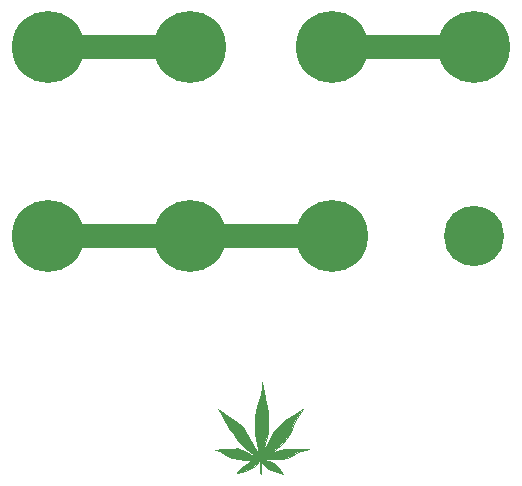
<source format=gbr>
G04 #@! TF.GenerationSoftware,KiCad,Pcbnew,(5.1.9-0-10_14)*
G04 #@! TF.CreationDate,2021-02-15T21:42:47-08:00*
G04 #@! TF.ProjectId,bigroom,62696772-6f6f-46d2-9e6b-696361645f70,rev?*
G04 #@! TF.SameCoordinates,Original*
G04 #@! TF.FileFunction,Copper,L1,Top*
G04 #@! TF.FilePolarity,Positive*
%FSLAX46Y46*%
G04 Gerber Fmt 4.6, Leading zero omitted, Abs format (unit mm)*
G04 Created by KiCad (PCBNEW (5.1.9-0-10_14)) date 2021-02-15 21:42:47*
%MOMM*%
%LPD*%
G01*
G04 APERTURE LIST*
G04 #@! TA.AperFunction,NonConductor*
%ADD10C,2.000000*%
G04 #@! TD*
G04 #@! TA.AperFunction,EtchedComponent*
%ADD11C,0.100000*%
G04 #@! TD*
G04 #@! TA.AperFunction,ComponentPad*
%ADD12C,5.100000*%
G04 #@! TD*
G04 #@! TA.AperFunction,ComponentPad*
%ADD13C,6.100000*%
G04 #@! TD*
G04 APERTURE END LIST*
D10*
X30750000Y-104750000D02*
X9500000Y-104750000D01*
X17750000Y-88750000D02*
X7750000Y-88750000D01*
X42000000Y-88750000D02*
X32000000Y-88750000D01*
D11*
G36*
X21346400Y-119524900D02*
G01*
X21663900Y-119766200D01*
X22229050Y-120083700D01*
X22825950Y-120515500D01*
X23200600Y-120896500D01*
X23600650Y-121461650D01*
X24197550Y-122642750D01*
X24496000Y-123207900D01*
X24508700Y-123220600D01*
X24178500Y-123246000D01*
X24076900Y-123195200D01*
X23721300Y-122947550D01*
X23314900Y-122579250D01*
X22984700Y-122230000D01*
X22629100Y-121798200D01*
X22349700Y-121379100D01*
X22159200Y-121125100D01*
X21905200Y-120667900D01*
X21651200Y-120299600D01*
X21409900Y-119880500D01*
X21130500Y-119321700D01*
X21346400Y-119524900D01*
G37*
X21346400Y-119524900D02*
X21663900Y-119766200D01*
X22229050Y-120083700D01*
X22825950Y-120515500D01*
X23200600Y-120896500D01*
X23600650Y-121461650D01*
X24197550Y-122642750D01*
X24496000Y-123207900D01*
X24508700Y-123220600D01*
X24178500Y-123246000D01*
X24076900Y-123195200D01*
X23721300Y-122947550D01*
X23314900Y-122579250D01*
X22984700Y-122230000D01*
X22629100Y-121798200D01*
X22349700Y-121379100D01*
X22159200Y-121125100D01*
X21905200Y-120667900D01*
X21651200Y-120299600D01*
X21409900Y-119880500D01*
X21130500Y-119321700D01*
X21346400Y-119524900D01*
G36*
X22752925Y-122703075D02*
G01*
X23089475Y-122798325D01*
X23353000Y-122890400D01*
X24051500Y-123296800D01*
X24081980Y-123324740D01*
X24089600Y-123309500D01*
X24089600Y-123322200D01*
X24081980Y-123324740D01*
X24000700Y-123487300D01*
X24394400Y-123627000D01*
X24184850Y-123652400D01*
X23791150Y-123677800D01*
X23314900Y-123677800D01*
X22870400Y-123614300D01*
X22387800Y-123500000D01*
X21994100Y-123385700D01*
X21587700Y-123157100D01*
X21270200Y-122928500D01*
X20863800Y-122801500D01*
X21511500Y-122750700D01*
X22044900Y-122712600D01*
X22508450Y-122706250D01*
X22752925Y-122703075D01*
G37*
X22752925Y-122703075D02*
X23089475Y-122798325D01*
X23353000Y-122890400D01*
X24051500Y-123296800D01*
X24081980Y-123324740D01*
X24089600Y-123309500D01*
X24089600Y-123322200D01*
X24081980Y-123324740D01*
X24000700Y-123487300D01*
X24394400Y-123627000D01*
X24184850Y-123652400D01*
X23791150Y-123677800D01*
X23314900Y-123677800D01*
X22870400Y-123614300D01*
X22387800Y-123500000D01*
X21994100Y-123385700D01*
X21587700Y-123157100D01*
X21270200Y-122928500D01*
X20863800Y-122801500D01*
X21511500Y-122750700D01*
X22044900Y-122712600D01*
X22508450Y-122706250D01*
X22752925Y-122703075D01*
G36*
X24616650Y-123766700D02*
G01*
X24248350Y-124198500D01*
X23810200Y-124471550D01*
X23429200Y-124611250D01*
X22679900Y-124776350D01*
X23162500Y-124249300D01*
X23556200Y-123982600D01*
X23924500Y-123779400D01*
X24394400Y-123703200D01*
X24419800Y-123703200D01*
X24616650Y-123766700D01*
G37*
X24616650Y-123766700D02*
X24248350Y-124198500D01*
X23810200Y-124471550D01*
X23429200Y-124611250D01*
X22679900Y-124776350D01*
X23162500Y-124249300D01*
X23556200Y-123982600D01*
X23924500Y-123779400D01*
X24394400Y-123703200D01*
X24419800Y-123703200D01*
X24616650Y-123766700D01*
G36*
X24750000Y-123284100D02*
G01*
X24538862Y-123477775D01*
X24757937Y-123573025D01*
X25508825Y-124115950D01*
X25327850Y-124211200D01*
X24750000Y-123754000D01*
X24762700Y-124846200D01*
X24648400Y-124706500D01*
X24642050Y-123817500D01*
X24686500Y-123817500D01*
X24305500Y-123601600D01*
X24019750Y-123449200D01*
X24184850Y-123169800D01*
X24750000Y-123284100D01*
G37*
X24750000Y-123284100D02*
X24538862Y-123477775D01*
X24757937Y-123573025D01*
X25508825Y-124115950D01*
X25327850Y-124211200D01*
X24750000Y-123754000D01*
X24762700Y-124846200D01*
X24648400Y-124706500D01*
X24642050Y-123817500D01*
X24686500Y-123817500D01*
X24305500Y-123601600D01*
X24019750Y-123449200D01*
X24184850Y-123169800D01*
X24750000Y-123284100D01*
G36*
X25391350Y-123741300D02*
G01*
X25943800Y-124020700D01*
X26270825Y-124347725D01*
X26405763Y-124577913D01*
X26637538Y-124847788D01*
X26331150Y-124763650D01*
X26077150Y-124687450D01*
X25899350Y-124623950D01*
X25524700Y-124490600D01*
X25165925Y-124296925D01*
X24905575Y-124011175D01*
X24781750Y-123849250D01*
X24845250Y-123887350D01*
X24819850Y-123823850D01*
X24883350Y-123652400D01*
X25391350Y-123741300D01*
G37*
X25391350Y-123741300D02*
X25943800Y-124020700D01*
X26270825Y-124347725D01*
X26405763Y-124577913D01*
X26637538Y-124847788D01*
X26331150Y-124763650D01*
X26077150Y-124687450D01*
X25899350Y-124623950D01*
X25524700Y-124490600D01*
X25165925Y-124296925D01*
X24905575Y-124011175D01*
X24781750Y-123849250D01*
X24845250Y-123887350D01*
X24819850Y-123823850D01*
X24883350Y-123652400D01*
X25391350Y-123741300D01*
G36*
X27823400Y-122738000D02*
G01*
X28255200Y-122763400D01*
X28833207Y-122773943D01*
X28153600Y-122928500D01*
X27721800Y-123119000D01*
X27378900Y-123334900D01*
X26959800Y-123500000D01*
X26426400Y-123588900D01*
X25981900Y-123614300D01*
X25404050Y-123595250D01*
X24826200Y-123576200D01*
X24762700Y-123500000D01*
X24978600Y-123436500D01*
X24985585Y-123385700D01*
X25301815Y-123258700D01*
X25835850Y-123030100D01*
X26388300Y-122826900D01*
X26782000Y-122712600D01*
X27226500Y-122712600D01*
X27823400Y-122738000D01*
G37*
X27823400Y-122738000D02*
X28255200Y-122763400D01*
X28833207Y-122773943D01*
X28153600Y-122928500D01*
X27721800Y-123119000D01*
X27378900Y-123334900D01*
X26959800Y-123500000D01*
X26426400Y-123588900D01*
X25981900Y-123614300D01*
X25404050Y-123595250D01*
X24826200Y-123576200D01*
X24762700Y-123500000D01*
X24978600Y-123436500D01*
X24985585Y-123385700D01*
X25301815Y-123258700D01*
X25835850Y-123030100D01*
X26388300Y-122826900D01*
X26782000Y-122712600D01*
X27226500Y-122712600D01*
X27823400Y-122738000D01*
G36*
X27810700Y-120083700D02*
G01*
X27569400Y-120579000D01*
X27366200Y-121036200D01*
X27105850Y-121556900D01*
X26832800Y-121912500D01*
X26521650Y-122325250D01*
X26051750Y-122718950D01*
X25550100Y-123055500D01*
X24445200Y-123652400D01*
X24470600Y-123322200D01*
X24775400Y-123271400D01*
X25023050Y-122833250D01*
X25238950Y-122369700D01*
X25404050Y-122039500D01*
X25588200Y-121747400D01*
X25753300Y-121429900D01*
X26032700Y-121074300D01*
X26312100Y-120756800D01*
X26642300Y-120464700D01*
X26985200Y-120236100D01*
X27366200Y-119982100D01*
X27759900Y-119715400D01*
X28293300Y-119321700D01*
X27810700Y-120083700D01*
G37*
X27810700Y-120083700D02*
X27569400Y-120579000D01*
X27366200Y-121036200D01*
X27105850Y-121556900D01*
X26832800Y-121912500D01*
X26521650Y-122325250D01*
X26051750Y-122718950D01*
X25550100Y-123055500D01*
X24445200Y-123652400D01*
X24470600Y-123322200D01*
X24775400Y-123271400D01*
X25023050Y-122833250D01*
X25238950Y-122369700D01*
X25404050Y-122039500D01*
X25588200Y-121747400D01*
X25753300Y-121429900D01*
X26032700Y-121074300D01*
X26312100Y-120756800D01*
X26642300Y-120464700D01*
X26985200Y-120236100D01*
X27366200Y-119982100D01*
X27759900Y-119715400D01*
X28293300Y-119321700D01*
X27810700Y-120083700D01*
G36*
X24965900Y-117950100D02*
G01*
X25067500Y-118432700D01*
X25181800Y-118889900D01*
X25264350Y-119220100D01*
X25327850Y-119601100D01*
X25372300Y-120121800D01*
X25372300Y-120655200D01*
X25321500Y-121239400D01*
X25258000Y-121760100D01*
X25115125Y-122255400D01*
X24816675Y-123271400D01*
X24603950Y-123220600D01*
X24369000Y-122306200D01*
X24195962Y-121442600D01*
X24211837Y-120655200D01*
X24264225Y-119994800D01*
X24426150Y-119220100D01*
X24661100Y-118407300D01*
X24788100Y-117632600D01*
X24851600Y-117111900D01*
X24965900Y-117950100D01*
G37*
X24965900Y-117950100D02*
X25067500Y-118432700D01*
X25181800Y-118889900D01*
X25264350Y-119220100D01*
X25327850Y-119601100D01*
X25372300Y-120121800D01*
X25372300Y-120655200D01*
X25321500Y-121239400D01*
X25258000Y-121760100D01*
X25115125Y-122255400D01*
X24816675Y-123271400D01*
X24603950Y-123220600D01*
X24369000Y-122306200D01*
X24195962Y-121442600D01*
X24211837Y-120655200D01*
X24264225Y-119994800D01*
X24426150Y-119220100D01*
X24661100Y-118407300D01*
X24788100Y-117632600D01*
X24851600Y-117111900D01*
X24965900Y-117950100D01*
D12*
X42750000Y-104750000D03*
D13*
X6750000Y-88750000D03*
X42750000Y-88750000D03*
X30750000Y-88750000D03*
X18750000Y-88750000D03*
X6750000Y-104750000D03*
X30750000Y-104750000D03*
X18750000Y-104750000D03*
M02*

</source>
